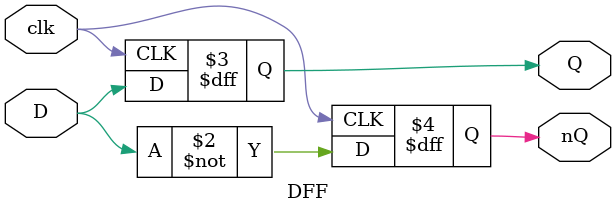
<source format=v>
`timescale 1ns / 1ps


module DFF(
    input D,
    input clk,
    output Q,
    output nQ
    );
    reg Q;
    reg nQ;
    
    always@(posedge clk) begin
        Q =D;
        nQ =~D;
    end
endmodule

</source>
